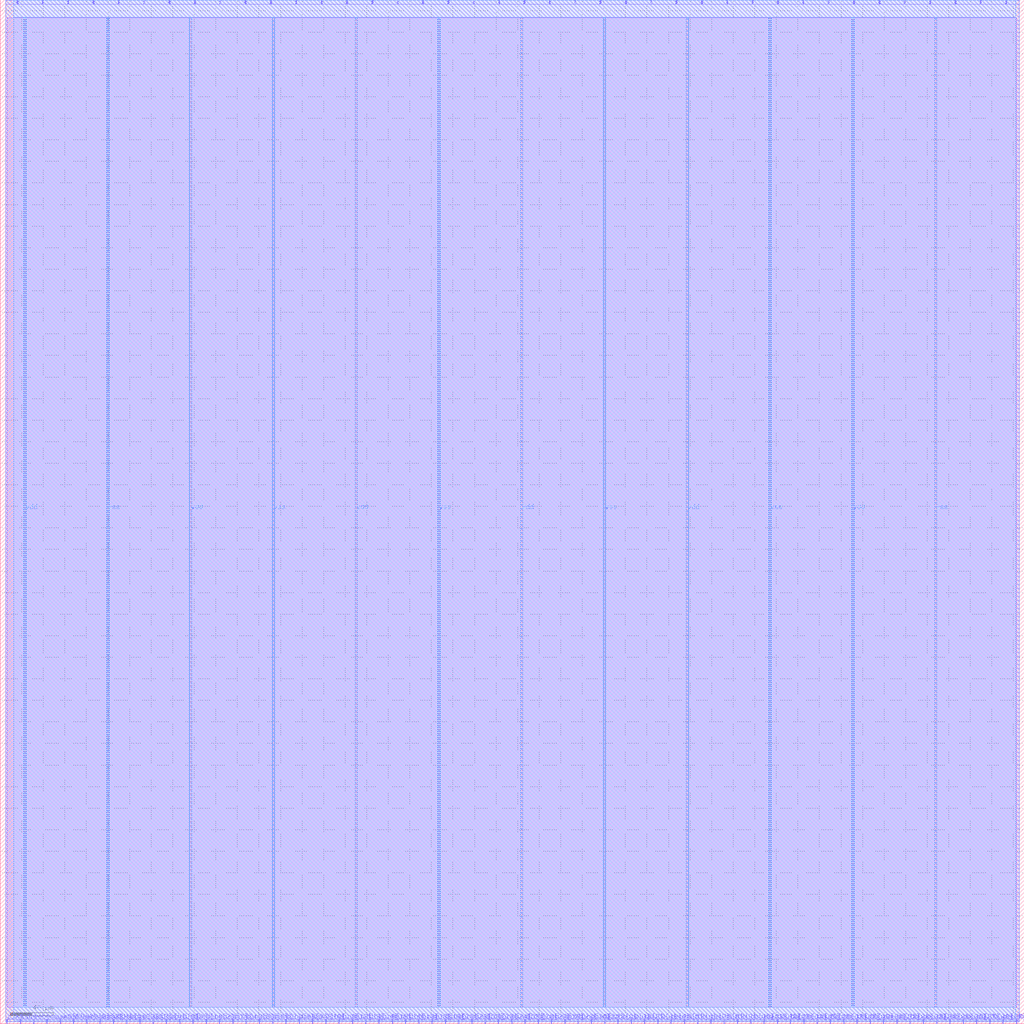
<source format=lef>
VERSION 5.7 ;
  NOWIREEXTENSIONATPIN ON ;
  DIVIDERCHAR "/" ;
  BUSBITCHARS "[]" ;
MACRO dffram_1rw1r_32_64
  CLASS BLOCK ;
  FOREIGN dffram_1rw1r_32_64 ;
  ORIGIN 0.000 0.000 ;
  SIZE 950.000 BY 950.000 ;
  PIN addr0[0]
    DIRECTION INPUT ;
    USE SIGNAL ;
    PORT
      LAYER Metal2 ;
        RECT 92.400 0.000 92.960 4.000 ;
    END
  END addr0[0]
  PIN addr0[1]
    DIRECTION INPUT ;
    USE SIGNAL ;
    PORT
      LAYER Metal2 ;
        RECT 104.720 0.000 105.280 4.000 ;
    END
  END addr0[1]
  PIN addr0[2]
    DIRECTION INPUT ;
    USE SIGNAL ;
    PORT
      LAYER Metal2 ;
        RECT 117.040 0.000 117.600 4.000 ;
    END
  END addr0[2]
  PIN addr0[3]
    DIRECTION INPUT ;
    USE SIGNAL ;
    PORT
      LAYER Metal2 ;
        RECT 129.360 0.000 129.920 4.000 ;
    END
  END addr0[3]
  PIN addr0[4]
    DIRECTION INPUT ;
    USE SIGNAL ;
    PORT
      LAYER Metal2 ;
        RECT 141.680 0.000 142.240 4.000 ;
    END
  END addr0[4]
  PIN addr0[5]
    DIRECTION INPUT ;
    USE SIGNAL ;
    PORT
      LAYER Metal2 ;
        RECT 154.000 0.000 154.560 4.000 ;
    END
  END addr0[5]
  PIN addr1[0]
    DIRECTION INPUT ;
    USE SIGNAL ;
    PORT
      LAYER Metal2 ;
        RECT 62.720 946.000 63.280 950.000 ;
    END
  END addr1[0]
  PIN addr1[1]
    DIRECTION INPUT ;
    USE SIGNAL ;
    PORT
      LAYER Metal2 ;
        RECT 86.240 946.000 86.800 950.000 ;
    END
  END addr1[1]
  PIN addr1[2]
    DIRECTION INPUT ;
    USE SIGNAL ;
    PORT
      LAYER Metal2 ;
        RECT 109.760 946.000 110.320 950.000 ;
    END
  END addr1[2]
  PIN addr1[3]
    DIRECTION INPUT ;
    USE SIGNAL ;
    PORT
      LAYER Metal2 ;
        RECT 133.280 946.000 133.840 950.000 ;
    END
  END addr1[3]
  PIN addr1[4]
    DIRECTION INPUT ;
    USE SIGNAL ;
    PORT
      LAYER Metal2 ;
        RECT 156.800 946.000 157.360 950.000 ;
    END
  END addr1[4]
  PIN addr1[5]
    DIRECTION INPUT ;
    USE SIGNAL ;
    PORT
      LAYER Metal2 ;
        RECT 180.320 946.000 180.880 950.000 ;
    END
  END addr1[5]
  PIN clk0
    DIRECTION INPUT ;
    USE SIGNAL ;
    PORT
      LAYER Metal2 ;
        RECT 6.160 0.000 6.720 4.000 ;
    END
  END clk0
  PIN clk1
    DIRECTION INPUT ;
    USE SIGNAL ;
    PORT
      LAYER Metal2 ;
        RECT 15.680 946.000 16.240 950.000 ;
    END
  END clk1
  PIN csb0
    DIRECTION INPUT ;
    USE SIGNAL ;
    PORT
      LAYER Metal2 ;
        RECT 18.480 0.000 19.040 4.000 ;
    END
  END csb0
  PIN csb1
    DIRECTION INPUT ;
    USE SIGNAL ;
    PORT
      LAYER Metal2 ;
        RECT 39.200 946.000 39.760 950.000 ;
    END
  END csb1
  PIN din0[0]
    DIRECTION INPUT ;
    USE SIGNAL ;
    PORT
      LAYER Metal2 ;
        RECT 166.320 0.000 166.880 4.000 ;
    END
  END din0[0]
  PIN din0[10]
    DIRECTION INPUT ;
    USE SIGNAL ;
    PORT
      LAYER Metal2 ;
        RECT 289.520 0.000 290.080 4.000 ;
    END
  END din0[10]
  PIN din0[11]
    DIRECTION INPUT ;
    USE SIGNAL ;
    PORT
      LAYER Metal2 ;
        RECT 301.840 0.000 302.400 4.000 ;
    END
  END din0[11]
  PIN din0[12]
    DIRECTION INPUT ;
    USE SIGNAL ;
    PORT
      LAYER Metal2 ;
        RECT 314.160 0.000 314.720 4.000 ;
    END
  END din0[12]
  PIN din0[13]
    DIRECTION INPUT ;
    USE SIGNAL ;
    PORT
      LAYER Metal2 ;
        RECT 326.480 0.000 327.040 4.000 ;
    END
  END din0[13]
  PIN din0[14]
    DIRECTION INPUT ;
    USE SIGNAL ;
    PORT
      LAYER Metal2 ;
        RECT 338.800 0.000 339.360 4.000 ;
    END
  END din0[14]
  PIN din0[15]
    DIRECTION INPUT ;
    USE SIGNAL ;
    PORT
      LAYER Metal2 ;
        RECT 351.120 0.000 351.680 4.000 ;
    END
  END din0[15]
  PIN din0[16]
    DIRECTION INPUT ;
    USE SIGNAL ;
    PORT
      LAYER Metal2 ;
        RECT 363.440 0.000 364.000 4.000 ;
    END
  END din0[16]
  PIN din0[17]
    DIRECTION INPUT ;
    USE SIGNAL ;
    PORT
      LAYER Metal2 ;
        RECT 375.760 0.000 376.320 4.000 ;
    END
  END din0[17]
  PIN din0[18]
    DIRECTION INPUT ;
    USE SIGNAL ;
    PORT
      LAYER Metal2 ;
        RECT 388.080 0.000 388.640 4.000 ;
    END
  END din0[18]
  PIN din0[19]
    DIRECTION INPUT ;
    USE SIGNAL ;
    PORT
      LAYER Metal2 ;
        RECT 400.400 0.000 400.960 4.000 ;
    END
  END din0[19]
  PIN din0[1]
    DIRECTION INPUT ;
    USE SIGNAL ;
    PORT
      LAYER Metal2 ;
        RECT 178.640 0.000 179.200 4.000 ;
    END
  END din0[1]
  PIN din0[20]
    DIRECTION INPUT ;
    USE SIGNAL ;
    PORT
      LAYER Metal2 ;
        RECT 412.720 0.000 413.280 4.000 ;
    END
  END din0[20]
  PIN din0[21]
    DIRECTION INPUT ;
    USE SIGNAL ;
    PORT
      LAYER Metal2 ;
        RECT 425.040 0.000 425.600 4.000 ;
    END
  END din0[21]
  PIN din0[22]
    DIRECTION INPUT ;
    USE SIGNAL ;
    PORT
      LAYER Metal2 ;
        RECT 437.360 0.000 437.920 4.000 ;
    END
  END din0[22]
  PIN din0[23]
    DIRECTION INPUT ;
    USE SIGNAL ;
    PORT
      LAYER Metal2 ;
        RECT 449.680 0.000 450.240 4.000 ;
    END
  END din0[23]
  PIN din0[24]
    DIRECTION INPUT ;
    USE SIGNAL ;
    PORT
      LAYER Metal2 ;
        RECT 462.000 0.000 462.560 4.000 ;
    END
  END din0[24]
  PIN din0[25]
    DIRECTION INPUT ;
    USE SIGNAL ;
    PORT
      LAYER Metal2 ;
        RECT 474.320 0.000 474.880 4.000 ;
    END
  END din0[25]
  PIN din0[26]
    DIRECTION INPUT ;
    USE SIGNAL ;
    PORT
      LAYER Metal2 ;
        RECT 486.640 0.000 487.200 4.000 ;
    END
  END din0[26]
  PIN din0[27]
    DIRECTION INPUT ;
    USE SIGNAL ;
    PORT
      LAYER Metal2 ;
        RECT 498.960 0.000 499.520 4.000 ;
    END
  END din0[27]
  PIN din0[28]
    DIRECTION INPUT ;
    USE SIGNAL ;
    PORT
      LAYER Metal2 ;
        RECT 511.280 0.000 511.840 4.000 ;
    END
  END din0[28]
  PIN din0[29]
    DIRECTION INPUT ;
    USE SIGNAL ;
    PORT
      LAYER Metal2 ;
        RECT 523.600 0.000 524.160 4.000 ;
    END
  END din0[29]
  PIN din0[2]
    DIRECTION INPUT ;
    USE SIGNAL ;
    PORT
      LAYER Metal2 ;
        RECT 190.960 0.000 191.520 4.000 ;
    END
  END din0[2]
  PIN din0[30]
    DIRECTION INPUT ;
    USE SIGNAL ;
    PORT
      LAYER Metal2 ;
        RECT 535.920 0.000 536.480 4.000 ;
    END
  END din0[30]
  PIN din0[31]
    DIRECTION INPUT ;
    USE SIGNAL ;
    PORT
      LAYER Metal2 ;
        RECT 548.240 0.000 548.800 4.000 ;
    END
  END din0[31]
  PIN din0[3]
    DIRECTION INPUT ;
    USE SIGNAL ;
    PORT
      LAYER Metal2 ;
        RECT 203.280 0.000 203.840 4.000 ;
    END
  END din0[3]
  PIN din0[4]
    DIRECTION INPUT ;
    USE SIGNAL ;
    PORT
      LAYER Metal2 ;
        RECT 215.600 0.000 216.160 4.000 ;
    END
  END din0[4]
  PIN din0[5]
    DIRECTION INPUT ;
    USE SIGNAL ;
    PORT
      LAYER Metal2 ;
        RECT 227.920 0.000 228.480 4.000 ;
    END
  END din0[5]
  PIN din0[6]
    DIRECTION INPUT ;
    USE SIGNAL ;
    PORT
      LAYER Metal2 ;
        RECT 240.240 0.000 240.800 4.000 ;
    END
  END din0[6]
  PIN din0[7]
    DIRECTION INPUT ;
    USE SIGNAL ;
    PORT
      LAYER Metal2 ;
        RECT 252.560 0.000 253.120 4.000 ;
    END
  END din0[7]
  PIN din0[8]
    DIRECTION INPUT ;
    USE SIGNAL ;
    PORT
      LAYER Metal2 ;
        RECT 264.880 0.000 265.440 4.000 ;
    END
  END din0[8]
  PIN din0[9]
    DIRECTION INPUT ;
    USE SIGNAL ;
    PORT
      LAYER Metal2 ;
        RECT 277.200 0.000 277.760 4.000 ;
    END
  END din0[9]
  PIN dout0[0]
    DIRECTION OUTPUT TRISTATE ;
    USE SIGNAL ;
    PORT
      LAYER Metal2 ;
        RECT 560.560 0.000 561.120 4.000 ;
    END
  END dout0[0]
  PIN dout0[10]
    DIRECTION OUTPUT TRISTATE ;
    USE SIGNAL ;
    PORT
      LAYER Metal2 ;
        RECT 683.760 0.000 684.320 4.000 ;
    END
  END dout0[10]
  PIN dout0[11]
    DIRECTION OUTPUT TRISTATE ;
    USE SIGNAL ;
    PORT
      LAYER Metal2 ;
        RECT 696.080 0.000 696.640 4.000 ;
    END
  END dout0[11]
  PIN dout0[12]
    DIRECTION OUTPUT TRISTATE ;
    USE SIGNAL ;
    PORT
      LAYER Metal2 ;
        RECT 708.400 0.000 708.960 4.000 ;
    END
  END dout0[12]
  PIN dout0[13]
    DIRECTION OUTPUT TRISTATE ;
    USE SIGNAL ;
    PORT
      LAYER Metal2 ;
        RECT 720.720 0.000 721.280 4.000 ;
    END
  END dout0[13]
  PIN dout0[14]
    DIRECTION OUTPUT TRISTATE ;
    USE SIGNAL ;
    PORT
      LAYER Metal2 ;
        RECT 733.040 0.000 733.600 4.000 ;
    END
  END dout0[14]
  PIN dout0[15]
    DIRECTION OUTPUT TRISTATE ;
    USE SIGNAL ;
    PORT
      LAYER Metal2 ;
        RECT 745.360 0.000 745.920 4.000 ;
    END
  END dout0[15]
  PIN dout0[16]
    DIRECTION OUTPUT TRISTATE ;
    USE SIGNAL ;
    PORT
      LAYER Metal2 ;
        RECT 757.680 0.000 758.240 4.000 ;
    END
  END dout0[16]
  PIN dout0[17]
    DIRECTION OUTPUT TRISTATE ;
    USE SIGNAL ;
    PORT
      LAYER Metal2 ;
        RECT 770.000 0.000 770.560 4.000 ;
    END
  END dout0[17]
  PIN dout0[18]
    DIRECTION OUTPUT TRISTATE ;
    USE SIGNAL ;
    PORT
      LAYER Metal2 ;
        RECT 782.320 0.000 782.880 4.000 ;
    END
  END dout0[18]
  PIN dout0[19]
    DIRECTION OUTPUT TRISTATE ;
    USE SIGNAL ;
    PORT
      LAYER Metal2 ;
        RECT 794.640 0.000 795.200 4.000 ;
    END
  END dout0[19]
  PIN dout0[1]
    DIRECTION OUTPUT TRISTATE ;
    USE SIGNAL ;
    PORT
      LAYER Metal2 ;
        RECT 572.880 0.000 573.440 4.000 ;
    END
  END dout0[1]
  PIN dout0[20]
    DIRECTION OUTPUT TRISTATE ;
    USE SIGNAL ;
    PORT
      LAYER Metal2 ;
        RECT 806.960 0.000 807.520 4.000 ;
    END
  END dout0[20]
  PIN dout0[21]
    DIRECTION OUTPUT TRISTATE ;
    USE SIGNAL ;
    PORT
      LAYER Metal2 ;
        RECT 819.280 0.000 819.840 4.000 ;
    END
  END dout0[21]
  PIN dout0[22]
    DIRECTION OUTPUT TRISTATE ;
    USE SIGNAL ;
    PORT
      LAYER Metal2 ;
        RECT 831.600 0.000 832.160 4.000 ;
    END
  END dout0[22]
  PIN dout0[23]
    DIRECTION OUTPUT TRISTATE ;
    USE SIGNAL ;
    PORT
      LAYER Metal2 ;
        RECT 843.920 0.000 844.480 4.000 ;
    END
  END dout0[23]
  PIN dout0[24]
    DIRECTION OUTPUT TRISTATE ;
    USE SIGNAL ;
    PORT
      LAYER Metal2 ;
        RECT 856.240 0.000 856.800 4.000 ;
    END
  END dout0[24]
  PIN dout0[25]
    DIRECTION OUTPUT TRISTATE ;
    USE SIGNAL ;
    PORT
      LAYER Metal2 ;
        RECT 868.560 0.000 869.120 4.000 ;
    END
  END dout0[25]
  PIN dout0[26]
    DIRECTION OUTPUT TRISTATE ;
    USE SIGNAL ;
    PORT
      LAYER Metal2 ;
        RECT 880.880 0.000 881.440 4.000 ;
    END
  END dout0[26]
  PIN dout0[27]
    DIRECTION OUTPUT TRISTATE ;
    USE SIGNAL ;
    PORT
      LAYER Metal2 ;
        RECT 893.200 0.000 893.760 4.000 ;
    END
  END dout0[27]
  PIN dout0[28]
    DIRECTION OUTPUT TRISTATE ;
    USE SIGNAL ;
    PORT
      LAYER Metal2 ;
        RECT 905.520 0.000 906.080 4.000 ;
    END
  END dout0[28]
  PIN dout0[29]
    DIRECTION OUTPUT TRISTATE ;
    USE SIGNAL ;
    PORT
      LAYER Metal2 ;
        RECT 917.840 0.000 918.400 4.000 ;
    END
  END dout0[29]
  PIN dout0[2]
    DIRECTION OUTPUT TRISTATE ;
    USE SIGNAL ;
    PORT
      LAYER Metal2 ;
        RECT 585.200 0.000 585.760 4.000 ;
    END
  END dout0[2]
  PIN dout0[30]
    DIRECTION OUTPUT TRISTATE ;
    USE SIGNAL ;
    PORT
      LAYER Metal2 ;
        RECT 930.160 0.000 930.720 4.000 ;
    END
  END dout0[30]
  PIN dout0[31]
    DIRECTION OUTPUT TRISTATE ;
    USE SIGNAL ;
    PORT
      LAYER Metal2 ;
        RECT 942.480 0.000 943.040 4.000 ;
    END
  END dout0[31]
  PIN dout0[3]
    DIRECTION OUTPUT TRISTATE ;
    USE SIGNAL ;
    PORT
      LAYER Metal2 ;
        RECT 597.520 0.000 598.080 4.000 ;
    END
  END dout0[3]
  PIN dout0[4]
    DIRECTION OUTPUT TRISTATE ;
    USE SIGNAL ;
    PORT
      LAYER Metal2 ;
        RECT 609.840 0.000 610.400 4.000 ;
    END
  END dout0[4]
  PIN dout0[5]
    DIRECTION OUTPUT TRISTATE ;
    USE SIGNAL ;
    PORT
      LAYER Metal2 ;
        RECT 622.160 0.000 622.720 4.000 ;
    END
  END dout0[5]
  PIN dout0[6]
    DIRECTION OUTPUT TRISTATE ;
    USE SIGNAL ;
    PORT
      LAYER Metal2 ;
        RECT 634.480 0.000 635.040 4.000 ;
    END
  END dout0[6]
  PIN dout0[7]
    DIRECTION OUTPUT TRISTATE ;
    USE SIGNAL ;
    PORT
      LAYER Metal2 ;
        RECT 646.800 0.000 647.360 4.000 ;
    END
  END dout0[7]
  PIN dout0[8]
    DIRECTION OUTPUT TRISTATE ;
    USE SIGNAL ;
    PORT
      LAYER Metal2 ;
        RECT 659.120 0.000 659.680 4.000 ;
    END
  END dout0[8]
  PIN dout0[9]
    DIRECTION OUTPUT TRISTATE ;
    USE SIGNAL ;
    PORT
      LAYER Metal2 ;
        RECT 671.440 0.000 672.000 4.000 ;
    END
  END dout0[9]
  PIN dout1[0]
    DIRECTION OUTPUT TRISTATE ;
    USE SIGNAL ;
    PORT
      LAYER Metal2 ;
        RECT 203.840 946.000 204.400 950.000 ;
    END
  END dout1[0]
  PIN dout1[10]
    DIRECTION OUTPUT TRISTATE ;
    USE SIGNAL ;
    PORT
      LAYER Metal2 ;
        RECT 439.040 946.000 439.600 950.000 ;
    END
  END dout1[10]
  PIN dout1[11]
    DIRECTION OUTPUT TRISTATE ;
    USE SIGNAL ;
    PORT
      LAYER Metal2 ;
        RECT 462.560 946.000 463.120 950.000 ;
    END
  END dout1[11]
  PIN dout1[12]
    DIRECTION OUTPUT TRISTATE ;
    USE SIGNAL ;
    PORT
      LAYER Metal2 ;
        RECT 486.080 946.000 486.640 950.000 ;
    END
  END dout1[12]
  PIN dout1[13]
    DIRECTION OUTPUT TRISTATE ;
    USE SIGNAL ;
    PORT
      LAYER Metal2 ;
        RECT 509.600 946.000 510.160 950.000 ;
    END
  END dout1[13]
  PIN dout1[14]
    DIRECTION OUTPUT TRISTATE ;
    USE SIGNAL ;
    PORT
      LAYER Metal2 ;
        RECT 533.120 946.000 533.680 950.000 ;
    END
  END dout1[14]
  PIN dout1[15]
    DIRECTION OUTPUT TRISTATE ;
    USE SIGNAL ;
    PORT
      LAYER Metal2 ;
        RECT 556.640 946.000 557.200 950.000 ;
    END
  END dout1[15]
  PIN dout1[16]
    DIRECTION OUTPUT TRISTATE ;
    USE SIGNAL ;
    PORT
      LAYER Metal2 ;
        RECT 580.160 946.000 580.720 950.000 ;
    END
  END dout1[16]
  PIN dout1[17]
    DIRECTION OUTPUT TRISTATE ;
    USE SIGNAL ;
    PORT
      LAYER Metal2 ;
        RECT 603.680 946.000 604.240 950.000 ;
    END
  END dout1[17]
  PIN dout1[18]
    DIRECTION OUTPUT TRISTATE ;
    USE SIGNAL ;
    PORT
      LAYER Metal2 ;
        RECT 627.200 946.000 627.760 950.000 ;
    END
  END dout1[18]
  PIN dout1[19]
    DIRECTION OUTPUT TRISTATE ;
    USE SIGNAL ;
    PORT
      LAYER Metal2 ;
        RECT 650.720 946.000 651.280 950.000 ;
    END
  END dout1[19]
  PIN dout1[1]
    DIRECTION OUTPUT TRISTATE ;
    USE SIGNAL ;
    PORT
      LAYER Metal2 ;
        RECT 227.360 946.000 227.920 950.000 ;
    END
  END dout1[1]
  PIN dout1[20]
    DIRECTION OUTPUT TRISTATE ;
    USE SIGNAL ;
    PORT
      LAYER Metal2 ;
        RECT 674.240 946.000 674.800 950.000 ;
    END
  END dout1[20]
  PIN dout1[21]
    DIRECTION OUTPUT TRISTATE ;
    USE SIGNAL ;
    PORT
      LAYER Metal2 ;
        RECT 697.760 946.000 698.320 950.000 ;
    END
  END dout1[21]
  PIN dout1[22]
    DIRECTION OUTPUT TRISTATE ;
    USE SIGNAL ;
    PORT
      LAYER Metal2 ;
        RECT 721.280 946.000 721.840 950.000 ;
    END
  END dout1[22]
  PIN dout1[23]
    DIRECTION OUTPUT TRISTATE ;
    USE SIGNAL ;
    PORT
      LAYER Metal2 ;
        RECT 744.800 946.000 745.360 950.000 ;
    END
  END dout1[23]
  PIN dout1[24]
    DIRECTION OUTPUT TRISTATE ;
    USE SIGNAL ;
    PORT
      LAYER Metal2 ;
        RECT 768.320 946.000 768.880 950.000 ;
    END
  END dout1[24]
  PIN dout1[25]
    DIRECTION OUTPUT TRISTATE ;
    USE SIGNAL ;
    PORT
      LAYER Metal2 ;
        RECT 791.840 946.000 792.400 950.000 ;
    END
  END dout1[25]
  PIN dout1[26]
    DIRECTION OUTPUT TRISTATE ;
    USE SIGNAL ;
    PORT
      LAYER Metal2 ;
        RECT 815.360 946.000 815.920 950.000 ;
    END
  END dout1[26]
  PIN dout1[27]
    DIRECTION OUTPUT TRISTATE ;
    USE SIGNAL ;
    PORT
      LAYER Metal2 ;
        RECT 838.880 946.000 839.440 950.000 ;
    END
  END dout1[27]
  PIN dout1[28]
    DIRECTION OUTPUT TRISTATE ;
    USE SIGNAL ;
    PORT
      LAYER Metal2 ;
        RECT 862.400 946.000 862.960 950.000 ;
    END
  END dout1[28]
  PIN dout1[29]
    DIRECTION OUTPUT TRISTATE ;
    USE SIGNAL ;
    PORT
      LAYER Metal2 ;
        RECT 885.920 946.000 886.480 950.000 ;
    END
  END dout1[29]
  PIN dout1[2]
    DIRECTION OUTPUT TRISTATE ;
    USE SIGNAL ;
    PORT
      LAYER Metal2 ;
        RECT 250.880 946.000 251.440 950.000 ;
    END
  END dout1[2]
  PIN dout1[30]
    DIRECTION OUTPUT TRISTATE ;
    USE SIGNAL ;
    PORT
      LAYER Metal2 ;
        RECT 909.440 946.000 910.000 950.000 ;
    END
  END dout1[30]
  PIN dout1[31]
    DIRECTION OUTPUT TRISTATE ;
    USE SIGNAL ;
    PORT
      LAYER Metal2 ;
        RECT 932.960 946.000 933.520 950.000 ;
    END
  END dout1[31]
  PIN dout1[3]
    DIRECTION OUTPUT TRISTATE ;
    USE SIGNAL ;
    PORT
      LAYER Metal2 ;
        RECT 274.400 946.000 274.960 950.000 ;
    END
  END dout1[3]
  PIN dout1[4]
    DIRECTION OUTPUT TRISTATE ;
    USE SIGNAL ;
    PORT
      LAYER Metal2 ;
        RECT 297.920 946.000 298.480 950.000 ;
    END
  END dout1[4]
  PIN dout1[5]
    DIRECTION OUTPUT TRISTATE ;
    USE SIGNAL ;
    PORT
      LAYER Metal2 ;
        RECT 321.440 946.000 322.000 950.000 ;
    END
  END dout1[5]
  PIN dout1[6]
    DIRECTION OUTPUT TRISTATE ;
    USE SIGNAL ;
    PORT
      LAYER Metal2 ;
        RECT 344.960 946.000 345.520 950.000 ;
    END
  END dout1[6]
  PIN dout1[7]
    DIRECTION OUTPUT TRISTATE ;
    USE SIGNAL ;
    PORT
      LAYER Metal2 ;
        RECT 368.480 946.000 369.040 950.000 ;
    END
  END dout1[7]
  PIN dout1[8]
    DIRECTION OUTPUT TRISTATE ;
    USE SIGNAL ;
    PORT
      LAYER Metal2 ;
        RECT 392.000 946.000 392.560 950.000 ;
    END
  END dout1[8]
  PIN dout1[9]
    DIRECTION OUTPUT TRISTATE ;
    USE SIGNAL ;
    PORT
      LAYER Metal2 ;
        RECT 415.520 946.000 416.080 950.000 ;
    END
  END dout1[9]
  PIN vdd
    DIRECTION INOUT ;
    USE POWER ;
    PORT
      LAYER Metal4 ;
        RECT 22.240 15.380 23.840 933.260 ;
    END
    PORT
      LAYER Metal4 ;
        RECT 175.840 15.380 177.440 933.260 ;
    END
    PORT
      LAYER Metal4 ;
        RECT 329.440 15.380 331.040 933.260 ;
    END
    PORT
      LAYER Metal4 ;
        RECT 483.040 15.380 484.640 933.260 ;
    END
    PORT
      LAYER Metal4 ;
        RECT 636.640 15.380 638.240 933.260 ;
    END
    PORT
      LAYER Metal4 ;
        RECT 790.240 15.380 791.840 933.260 ;
    END
  END vdd
  PIN vss
    DIRECTION INOUT ;
    USE GROUND ;
    PORT
      LAYER Metal4 ;
        RECT 99.040 15.380 100.640 933.260 ;
    END
    PORT
      LAYER Metal4 ;
        RECT 252.640 15.380 254.240 933.260 ;
    END
    PORT
      LAYER Metal4 ;
        RECT 406.240 15.380 407.840 933.260 ;
    END
    PORT
      LAYER Metal4 ;
        RECT 559.840 15.380 561.440 933.260 ;
    END
    PORT
      LAYER Metal4 ;
        RECT 713.440 15.380 715.040 933.260 ;
    END
    PORT
      LAYER Metal4 ;
        RECT 867.040 15.380 868.640 933.260 ;
    END
  END vss
  PIN web0
    DIRECTION INPUT ;
    USE SIGNAL ;
    PORT
      LAYER Metal2 ;
        RECT 30.800 0.000 31.360 4.000 ;
    END
  END web0
  PIN wmask0[0]
    DIRECTION INPUT ;
    USE SIGNAL ;
    PORT
      LAYER Metal2 ;
        RECT 43.120 0.000 43.680 4.000 ;
    END
  END wmask0[0]
  PIN wmask0[1]
    DIRECTION INPUT ;
    USE SIGNAL ;
    PORT
      LAYER Metal2 ;
        RECT 55.440 0.000 56.000 4.000 ;
    END
  END wmask0[1]
  PIN wmask0[2]
    DIRECTION INPUT ;
    USE SIGNAL ;
    PORT
      LAYER Metal2 ;
        RECT 67.760 0.000 68.320 4.000 ;
    END
  END wmask0[2]
  PIN wmask0[3]
    DIRECTION INPUT ;
    USE SIGNAL ;
    PORT
      LAYER Metal2 ;
        RECT 80.080 0.000 80.640 4.000 ;
    END
  END wmask0[3]
  OBS
      LAYER Metal1 ;
        RECT 6.720 15.380 943.040 933.260 ;
      LAYER Metal2 ;
        RECT 5.180 945.700 15.380 949.670 ;
        RECT 16.540 945.700 38.900 949.670 ;
        RECT 40.060 945.700 62.420 949.670 ;
        RECT 63.580 945.700 85.940 949.670 ;
        RECT 87.100 945.700 109.460 949.670 ;
        RECT 110.620 945.700 132.980 949.670 ;
        RECT 134.140 945.700 156.500 949.670 ;
        RECT 157.660 945.700 180.020 949.670 ;
        RECT 181.180 945.700 203.540 949.670 ;
        RECT 204.700 945.700 227.060 949.670 ;
        RECT 228.220 945.700 250.580 949.670 ;
        RECT 251.740 945.700 274.100 949.670 ;
        RECT 275.260 945.700 297.620 949.670 ;
        RECT 298.780 945.700 321.140 949.670 ;
        RECT 322.300 945.700 344.660 949.670 ;
        RECT 345.820 945.700 368.180 949.670 ;
        RECT 369.340 945.700 391.700 949.670 ;
        RECT 392.860 945.700 415.220 949.670 ;
        RECT 416.380 945.700 438.740 949.670 ;
        RECT 439.900 945.700 462.260 949.670 ;
        RECT 463.420 945.700 485.780 949.670 ;
        RECT 486.940 945.700 509.300 949.670 ;
        RECT 510.460 945.700 532.820 949.670 ;
        RECT 533.980 945.700 556.340 949.670 ;
        RECT 557.500 945.700 579.860 949.670 ;
        RECT 581.020 945.700 603.380 949.670 ;
        RECT 604.540 945.700 626.900 949.670 ;
        RECT 628.060 945.700 650.420 949.670 ;
        RECT 651.580 945.700 673.940 949.670 ;
        RECT 675.100 945.700 697.460 949.670 ;
        RECT 698.620 945.700 720.980 949.670 ;
        RECT 722.140 945.700 744.500 949.670 ;
        RECT 745.660 945.700 768.020 949.670 ;
        RECT 769.180 945.700 791.540 949.670 ;
        RECT 792.700 945.700 815.060 949.670 ;
        RECT 816.220 945.700 838.580 949.670 ;
        RECT 839.740 945.700 862.100 949.670 ;
        RECT 863.260 945.700 885.620 949.670 ;
        RECT 886.780 945.700 909.140 949.670 ;
        RECT 910.300 945.700 932.660 949.670 ;
        RECT 933.820 945.700 945.140 949.670 ;
        RECT 5.180 4.300 945.140 945.700 ;
        RECT 5.180 1.770 5.860 4.300 ;
        RECT 7.020 1.770 18.180 4.300 ;
        RECT 19.340 1.770 30.500 4.300 ;
        RECT 31.660 1.770 42.820 4.300 ;
        RECT 43.980 1.770 55.140 4.300 ;
        RECT 56.300 1.770 67.460 4.300 ;
        RECT 68.620 1.770 79.780 4.300 ;
        RECT 80.940 1.770 92.100 4.300 ;
        RECT 93.260 1.770 104.420 4.300 ;
        RECT 105.580 1.770 116.740 4.300 ;
        RECT 117.900 1.770 129.060 4.300 ;
        RECT 130.220 1.770 141.380 4.300 ;
        RECT 142.540 1.770 153.700 4.300 ;
        RECT 154.860 1.770 166.020 4.300 ;
        RECT 167.180 1.770 178.340 4.300 ;
        RECT 179.500 1.770 190.660 4.300 ;
        RECT 191.820 1.770 202.980 4.300 ;
        RECT 204.140 1.770 215.300 4.300 ;
        RECT 216.460 1.770 227.620 4.300 ;
        RECT 228.780 1.770 239.940 4.300 ;
        RECT 241.100 1.770 252.260 4.300 ;
        RECT 253.420 1.770 264.580 4.300 ;
        RECT 265.740 1.770 276.900 4.300 ;
        RECT 278.060 1.770 289.220 4.300 ;
        RECT 290.380 1.770 301.540 4.300 ;
        RECT 302.700 1.770 313.860 4.300 ;
        RECT 315.020 1.770 326.180 4.300 ;
        RECT 327.340 1.770 338.500 4.300 ;
        RECT 339.660 1.770 350.820 4.300 ;
        RECT 351.980 1.770 363.140 4.300 ;
        RECT 364.300 1.770 375.460 4.300 ;
        RECT 376.620 1.770 387.780 4.300 ;
        RECT 388.940 1.770 400.100 4.300 ;
        RECT 401.260 1.770 412.420 4.300 ;
        RECT 413.580 1.770 424.740 4.300 ;
        RECT 425.900 1.770 437.060 4.300 ;
        RECT 438.220 1.770 449.380 4.300 ;
        RECT 450.540 1.770 461.700 4.300 ;
        RECT 462.860 1.770 474.020 4.300 ;
        RECT 475.180 1.770 486.340 4.300 ;
        RECT 487.500 1.770 498.660 4.300 ;
        RECT 499.820 1.770 510.980 4.300 ;
        RECT 512.140 1.770 523.300 4.300 ;
        RECT 524.460 1.770 535.620 4.300 ;
        RECT 536.780 1.770 547.940 4.300 ;
        RECT 549.100 1.770 560.260 4.300 ;
        RECT 561.420 1.770 572.580 4.300 ;
        RECT 573.740 1.770 584.900 4.300 ;
        RECT 586.060 1.770 597.220 4.300 ;
        RECT 598.380 1.770 609.540 4.300 ;
        RECT 610.700 1.770 621.860 4.300 ;
        RECT 623.020 1.770 634.180 4.300 ;
        RECT 635.340 1.770 646.500 4.300 ;
        RECT 647.660 1.770 658.820 4.300 ;
        RECT 659.980 1.770 671.140 4.300 ;
        RECT 672.300 1.770 683.460 4.300 ;
        RECT 684.620 1.770 695.780 4.300 ;
        RECT 696.940 1.770 708.100 4.300 ;
        RECT 709.260 1.770 720.420 4.300 ;
        RECT 721.580 1.770 732.740 4.300 ;
        RECT 733.900 1.770 745.060 4.300 ;
        RECT 746.220 1.770 757.380 4.300 ;
        RECT 758.540 1.770 769.700 4.300 ;
        RECT 770.860 1.770 782.020 4.300 ;
        RECT 783.180 1.770 794.340 4.300 ;
        RECT 795.500 1.770 806.660 4.300 ;
        RECT 807.820 1.770 818.980 4.300 ;
        RECT 820.140 1.770 831.300 4.300 ;
        RECT 832.460 1.770 843.620 4.300 ;
        RECT 844.780 1.770 855.940 4.300 ;
        RECT 857.100 1.770 868.260 4.300 ;
        RECT 869.420 1.770 880.580 4.300 ;
        RECT 881.740 1.770 892.900 4.300 ;
        RECT 894.060 1.770 905.220 4.300 ;
        RECT 906.380 1.770 917.540 4.300 ;
        RECT 918.700 1.770 929.860 4.300 ;
        RECT 931.020 1.770 942.180 4.300 ;
        RECT 943.340 1.770 945.140 4.300 ;
      LAYER Metal3 ;
        RECT 5.130 1.820 945.190 949.620 ;
      LAYER Metal4 ;
        RECT 12.460 933.560 942.340 949.670 ;
        RECT 12.460 15.080 21.940 933.560 ;
        RECT 24.140 15.080 98.740 933.560 ;
        RECT 100.940 15.080 175.540 933.560 ;
        RECT 177.740 15.080 252.340 933.560 ;
        RECT 254.540 15.080 329.140 933.560 ;
        RECT 331.340 15.080 405.940 933.560 ;
        RECT 408.140 15.080 482.740 933.560 ;
        RECT 484.940 15.080 559.540 933.560 ;
        RECT 561.740 15.080 636.340 933.560 ;
        RECT 638.540 15.080 713.140 933.560 ;
        RECT 715.340 15.080 789.940 933.560 ;
        RECT 792.140 15.080 866.740 933.560 ;
        RECT 868.940 15.080 942.340 933.560 ;
        RECT 12.460 2.890 942.340 15.080 ;
  END
END dffram_1rw1r_32_64
END LIBRARY


</source>
